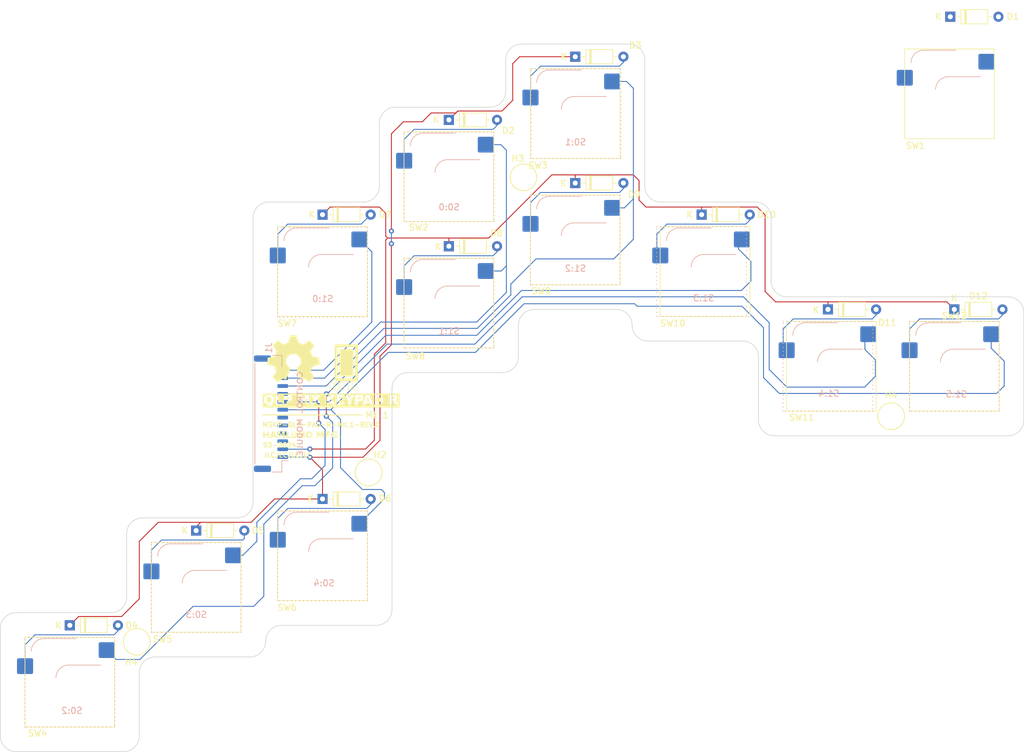
<source format=kicad_pcb>
(kicad_pcb (version 20240108) (generator "pcbnew") (generator_version "8.0")
  (layers (0 "F.Cu" signal) (31 "B.Cu" signal) (34 "B.Paste" user) (35 "F.Paste" user) (36 "B.SilkS" user "B.Silkscreen") (37 "F.SilkS" user "F.Silkscreen") (38 "B.Mask" user) (39 "F.Mask" user) (44 "Edge.Cuts" user))
  (net 0 "")
  (net 1 "Net-(D1-K)")
  (net 2 "Net-(D1-A)")
  (net 3 "Net-(D2-A)")
  (net 4 "Net-(D3-A)")
  (net 5 "Net-(D4-A)")
  (net 6 "Net-(D5-A)")
  (net 7 "Net-(D10-K)")
  (net 8 "Net-(D6-A)")
  (net 9 "Net-(D7-A)")
  (net 10 "Net-(D8-A)")
  (net 11 "Net-(D9-A)")
  (net 12 "Net-(D10-A)")
  (net 13 "Net-(D11-A)")
  (net 14 "Net-(J1-Pin_7)")
  (net 15 "Net-(J1-Pin_8)")
  (net 16 "Net-(J1-Pin_9)")
  (net 17 "Net-(J1-Pin_10)")
  (net 18 "Net-(J1-Pin_11)")
  (net 19 "Net-(J1-Pin_12)")
  (net 24 "Net-(D12-A)")
  (footprint "Diode_THT:D_DO-35_SOD27_P7.62mm_Horizontal" (layer "F.Cu") (at 227.1 42)
    (property "Reference" "D1")
    (property "Value" "1N4148")
  )
  (footprint "MountingHole:MountingHole_2.2mm_M2_ISO14580" (layer "F.Cu") (at 217.73901 105.226914)
    (property "Reference" "H4")
    (property "Value" "MountingHole_2.2mm_M2_ISO14580")
  )
  (footprint "Diode_THT:D_DO-35_SOD27_P7.62mm_Horizontal" (layer "F.Cu") (at 87.739009 138.326913)
    (property "Reference" "D4")
    (property "Value" "1N4148")
  )
  (footprint "Diode_THT:D_DO-35_SOD27_P7.62mm_Horizontal" (layer "F.Cu") (at 147.73901 58.326914)
    (property "Reference" "D2")
    (property "Value" "1N4148")
  )
  (footprint "Diode_THT:D_DO-35_SOD27_P7.62mm_Horizontal" (layer "F.Cu") (at 147.739009 78.326914)
    (property "Reference" "D8")
    (property "Value" "1N4148")
  )
  (footprint "ScottoKeebs_Hotswap:Hotswap_MX_1.00u" (layer "F.Cu") (at 107.73901 132.326913)
    (property "Reference" "SW5")
    (property "Value" "Switch")
  )
  (footprint "ScottoKeebs_Hotswap:Hotswap_MX_1.00u" (layer "F.Cu") (at 226.98 54.2)
    (property "Reference" "SW1")
    (property "Value" "Switch")
  )
  (footprint "Diode_THT:D_DO-35_SOD27_P7.62mm_Horizontal" (layer "F.Cu") (at 127.73901 73.326913)
    (property "Reference" "D7")
    (property "Value" "1N4148")
  )
  (footprint "ScottoKeebs_Hotswap:Hotswap_MX_1.00u" (layer "F.Cu") (at 227.739009 97.326913)
    (property "Reference" "SW12")
    (property "Value" "Switch")
  )
  (footprint "ScottoKeebs_Hotswap:Hotswap_MX_1.00u" (layer "F.Cu") (at 167.73901 57.326914)
    (property "Reference" "SW3")
    (property "Value" "Switch")
  )
  (footprint "MountingHole:MountingHole_2.2mm_M2_ISO14580" (layer "F.Cu") (at 159.539011 67.426913)
    (property "Reference" "H3")
    (property "Value" "MountingHole_2.2mm_M2_ISO14580")
  )
  (footprint "Diode_THT:D_DO-35_SOD27_P7.62mm_Horizontal" (layer "F.Cu") (at 207.73901 88.326914)
    (property "Reference" "D11")
    (property "Value" "1N4148")
  )
  (footprint "ScottoKeebs_Hotswap:Hotswap_MX_1.00u" (layer "F.Cu") (at 87.73901 147.326913)
    (property "Reference" "SW4")
    (property "Value" "Switch")
  )
  (footprint "ScottoKeebs_Hotswap:Hotswap_MX_1.00u" (layer "F.Cu") (at 147.73901 87.326914)
    (property "Reference" "SW8")
    (property "Value" "Switch")
  )
  (footprint "Diode_THT:D_DO-35_SOD27_P7.62mm_Horizontal" (layer "F.Cu") (at 227.739011 88.326913)
    (property "Reference" "D12")
    (property "Value" "1N4148")
  )
  (footprint "ScottoKeebs_Hotswap:Hotswap_MX_1.00u" (layer "F.Cu") (at 127.73901 82.326913)
    (property "Reference" "SW7")
    (property "Value" "Switch")
  )
  (footprint "ScottoKeebs_Hotswap:Hotswap_MX_1.00u" (layer "F.Cu") (at 147.73901 67.326914)
    (property "Reference" "SW2")
    (property "Value" "Switch")
  )
  (footprint "Diode_THT:D_DO-35_SOD27_P7.62mm_Horizontal" (layer "F.Cu") (at 167.73901 68.326914)
    (property "Reference" "D9")
    (property "Value" "1N4148")
  )
  (footprint "Desktop:OSH_test" (layer "F.Cu") (at 123.139008 96.126912)
    (property "Reference" "G***" (hide yes))
    (property "Value" "LOGO" (hide yes))
  )
  (footprint "Diode_THT:D_DO-35_SOD27_P7.62mm_Horizontal" (layer "F.Cu") (at 167.739009 48.326914)
    (property "Reference" "D3")
    (property "Value" "1N4148")
  )
  (footprint "Diode_THT:D_DO-35_SOD27_P7.62mm_Horizontal" (layer "F.Cu") (at 127.73901 118.326913)
    (property "Reference" "D6")
    (property "Value" "1N4148")
  )
  (footprint "ScottoKeebs_Hotswap:Hotswap_MX_1.00u" (layer "F.Cu") (at 188.28151 82.326913)
    (property "Reference" "SW10")
    (property "Value" "Switch")
  )
  (footprint "ScottoKeebs_Hotswap:Hotswap_MX_1.00u" (layer "F.Cu") (at 167.73901 77.326914)
    (property "Reference" "SW9")
    (property "Value" "Switch")
  )
  (footprint "Diode_THT:D_DO-35_SOD27_P7.62mm_Horizontal" (layer "F.Cu") (at 107.739011 123.326914)
    (property "Reference" "D5")
    (property "Value" "1N4148")
  )
  (footprint "Diode_THT:D_DO-35_SOD27_P7.62mm_Horizontal" (layer "F.Cu") (at 187.739009 73.326913)
    (property "Reference" "D10")
    (property "Value" "1N4148")
  )
  (footprint "MountingHole:MountingHole_2.2mm_M2_ISO14580" (layer "F.Cu") (at 135.03901 114.126913)
    (property "Reference" "H2")
    (property "Value" "MountingHole_2.2mm_M2_ISO14580")
  )
  (footprint "ScottoKeebs_Hotswap:Hotswap_MX_1.00u" (layer "F.Cu") (at 208.281511 97.326913)
    (property "Reference" "SW11")
    (property "Value" "Switch")
  )
  (footprint "MountingHole:MountingHole_2.2mm_M2_ISO14580" (layer "F.Cu") (at 98.33901 140.876914)
    (property "Reference" "H4")
    (property "Value" "MountingHole_2.2mm_M2_ISO14580")
  )
  (footprint "ScottoKeebs_Hotswap:Hotswap_MX_1.00u" (layer "F.Cu") (at 127.73901 127.326912)
    (property "Reference" "SW6")
    (property "Value" "Switch")
  )
  (footprint "Connector_JST:JST_GH_SM12B-GHS-TB_1x12-1MP_P1.25mm_Horizontal" (layer "B.Cu") (at 119.589009 104.826913 90)
    (property "Reference" "J1")
    (property "Value" "Conn_01x12_Socket")
  )
  (gr_poly (pts (xy 80.639011 140.226913) (xy 94.83901 140.226913) (xy 94.83901 154.426913) (xy 80.63901 154.426913)) (stroke (width 0.15) (type dot)) (fill none) (layer "B.SilkS"))
  (gr_poly (pts (xy 160.73901 50.226913) (xy 174.939011 50.226913) (xy 174.939011 64.426913) (xy 160.739011 64.426913)) (stroke (width 0.15) (type dot)) (fill none) (layer "B.SilkS"))
  (gr_poly (pts (xy 140.639009 60.226913) (xy 154.839009 60.226914) (xy 154.83901 74.426914) (xy 140.63901 74.426914)) (stroke (width 0.15) (type dot)) (fill none) (layer "B.SilkS"))
  (gr_poly (pts (xy 160.63901 70.226913) (xy 174.839011 70.226914) (xy 174.83901 84.426914) (xy 160.63901 84.426914)) (stroke (width 0.15) (type dot)) (fill none) (layer "B.SilkS"))
  (gr_poly (pts (xy 200.63901 90.226914) (xy 214.83901 90.226914) (xy 214.839009 104.426914) (xy 200.63901 104.426914)) (stroke (width 0.15) (type dot)) (fill none) (layer "B.SilkS"))
  (gr_poly (pts (xy 100.63901 125.226913) (xy 114.839011 125.226913) (xy 114.839011 139.426913) (xy 100.639011 139.426913)) (stroke (width 0.15) (type dot)) (fill none) (layer "B.SilkS"))
  (gr_poly (pts (xy 180.639009 75.226914) (xy 194.839009 75.226914) (xy 194.83901 89.426914) (xy 180.63901 89.426913)) (stroke (width 0.15) (type dot)) (fill none) (layer "B.SilkS"))
  (gr_poly (pts (xy 120.639011 120.226912) (xy 134.83901 120.226912) (xy 134.83901 134.426912) (xy 120.639008 134.426914)) (stroke (width 0.15) (type dot)) (fill none) (layer "B.SilkS"))
  (gr_poly (pts (xy 120.63901 75.326912) (xy 134.83901 75.326912) (xy 134.83901 89.526912) (xy 120.63901 89.526912)) (stroke (width 0.15) (type dot)) (fill none) (layer "B.SilkS"))
  (gr_poly (pts (xy 140.639011 80.226913) (xy 154.839011 80.226914) (xy 154.839009 94.426914) (xy 140.639011 94.426914)) (stroke (width 0.15) (type dot)) (fill none) (layer "B.SilkS"))
  (gr_poly (pts (xy 220.63901 90.226913) (xy 234.83901 90.226913) (xy 234.839009 104.426913) (xy 220.63901 104.426912)) (stroke (width 0.15) (type dot)) (fill none) (layer "B.SilkS"))
  (gr_circle (center 98.339011 140.926912) (end 99.83901 142.426913) (stroke (width 0.15)) (fill none) (layer "F.SilkS"))
  (gr_circle (center 159.539011 67.426913) (end 161.63901 67.426913) (stroke (width 0.15)) (fill none) (layer "F.SilkS"))
  (gr_line (start 118.239009 105.026913) (end 134.039011 105.026913) (stroke (width 0.15)) (layer "F.SilkS"))
  (gr_circle (center 217.73901 105.226914) (end 219.239009 106.726914) (stroke (width 0.15)) (fill none) (layer "F.SilkS"))
  (gr_circle (center 135.03901 114.126913) (end 133.53901 112.626914) (stroke (width 0.15)) (fill none) (layer "F.SilkS"))
  (gr_line (start 196.239009 71.326913) (end 181.239009 71.326913) (stroke (width 0.1)) (layer "Edge.Cuts"))
  (gr_line (start 96.73901 133.826912) (end 96.739009 123.826913) (stroke (width 0.1)) (layer "Edge.Cuts"))
  (gr_line (start 176.23901 46.326914) (end 159.239011 46.326914) (stroke (width 0.1)) (layer "Edge.Cuts"))
  (gr_line (start 138.73901 135.826912) (end 138.73901 100.826914) (stroke (width 0.1)) (layer "Edge.Cuts"))
  (gr_arc (start 138.73901 135.826912) (mid 138.006794 137.594713) (end 136.23901 138.326912) (stroke (width 0.1)) (layer "Edge.Cuts"))
  (gr_arc (start 136.739011 58.826913) (mid 137.471239 57.059127) (end 139.23901 56.326914) (stroke (width 0.1)) (layer "Edge.Cuts"))
  (gr_arc (start 174.23901 88.326913) (mid 176.006821 89.059125) (end 176.73901 90.826914) (stroke (width 0.1)) (layer "Edge.Cuts"))
  (gr_arc (start 118.739009 140.826913) (mid 118.006765 142.594655) (end 116.23901 143.326913) (stroke (width 0.1)) (layer "Edge.Cuts"))
  (gr_line (start 238.73901 105.826913) (end 238.73901 88.826912) (stroke (width 0.1)) (layer "Edge.Cuts"))
  (gr_arc (start 98.73901 155.826913) (mid 98.006778 157.594687) (end 96.23901 158.326913) (stroke (width 0.1)) (layer "Edge.Cuts"))
  (gr_line (start 121.239009 138.326913) (end 136.23901 138.326912) (stroke (width 0.1)) (layer "Edge.Cuts"))
  (gr_line (start 98.73901 155.826913) (end 98.739009 145.826913) (stroke (width 0.1)) (layer "Edge.Cuts"))
  (gr_arc (start 179.239011 93.326914) (mid 177.471255 92.59468) (end 176.73901 90.826914) (stroke (width 0.1)) (layer "Edge.Cuts"))
  (gr_arc (start 158.739009 95.826913) (mid 158.006786 97.59469) (end 156.23901 98.326913) (stroke (width 0.1)) (layer "Edge.Cuts"))
  (gr_arc (start 176.23901 46.326914) (mid 178.006777 47.059145) (end 178.73901 48.826914) (stroke (width 0.1)) (layer "Edge.Cuts"))
  (gr_line (start 79.23901 158.326913) (end 96.23901 158.326913) (stroke (width 0.1)) (layer "Edge.Cuts"))
  (gr_line (start 118.739009 140.826913) (end 118.739009 140.826913) (stroke (width 0.1)) (layer "Edge.Cuts"))
  (gr_line (start 196.73901 95.826913) (end 196.739008 105.826914) (stroke (width 0.1)) (layer "Edge.Cuts"))
  (gr_line (start 161.23901 88.326914) (end 174.23901 88.326913) (stroke (width 0.1)) (layer "Edge.Cuts"))
  (gr_arc (start 118.739009 140.826913) (mid 119.471241 139.059155) (end 121.239009 138.326913) (stroke (width 0.1)) (layer "Edge.Cuts"))
  (gr_line (start 101.239009 143.326913) (end 116.23901 143.326913) (stroke (width 0.1)) (layer "Edge.Cuts"))
  (gr_arc (start 199.23901 108.326913) (mid 197.471284 107.594662) (end 196.739008 105.826914) (stroke (width 0.1)) (layer "Edge.Cuts"))
  (gr_line (start 116.73901 73.826913) (end 116.73901 118.826913) (stroke (width 0.1)) (layer "Edge.Cuts"))
  (gr_line (start 156.23901 98.326913) (end 141.239009 98.326914) (stroke (width 0.1)) (layer "Edge.Cuts"))
  (gr_arc (start 196.239009 71.326913) (mid 198.006743 72.059162) (end 198.73901 73.826913) (stroke (width 0.1)) (layer "Edge.Cuts"))
  (gr_arc (start 116.73901 73.826913) (mid 117.47125 72.059159) (end 119.239009 71.326913) (stroke (width 0.1)) (layer "Edge.Cuts"))
  (gr_line (start 178.739009 68.826914) (end 178.73901 48.826914) (stroke (width 0.1)) (layer "Edge.Cuts"))
  (gr_line (start 199.23901 108.326913) (end 236.239011 108.326913) (stroke (width 0.1)) (layer "Edge.Cuts"))
  (gr_line (start 156.73901 48.826914) (end 156.73901 53.826912) (stroke (width 0.1)) (layer "Edge.Cuts"))
  (gr_line (start 94.23901 136.326912) (end 79.23901 136.326914) (stroke (width 0.1)) (layer "Edge.Cuts"))
  (gr_line (start 236.23901 86.326913) (end 201.239011 86.326913) (stroke (width 0.1)) (layer "Edge.Cuts"))
  (gr_arc (start 136.73901 68.826912) (mid 136.006771 70.594667) (end 134.23901 71.326913) (stroke (width 0.1)) (layer "Edge.Cuts"))
  (gr_line (start 114.23901 121.326912) (end 99.23901 121.326914) (stroke (width 0.1)) (layer "Edge.Cuts"))
  (gr_arc (start 156.73901 53.826912) (mid 156.006776 55.594691) (end 154.23901 56.326912) (stroke (width 0.1)) (layer "Edge.Cuts"))
  (gr_arc (start 194.23901 93.326913) (mid 196.006759 94.059153) (end 196.73901 95.826913) (stroke (width 0.1)) (layer "Edge.Cuts"))
  (gr_line (start 179.239011 93.326914) (end 194.23901 93.326913) (stroke (width 0.1)) (layer "Edge.Cuts"))
  (gr_line (start 136.739011 58.826913) (end 136.73901 68.826912) (stroke (width 0.1)) (layer "Edge.Cuts"))
  (gr_arc (start 181.239009 71.326913) (mid 179.47124 70.594688) (end 178.739009 68.826914) (stroke (width 0.1)) (layer "Edge.Cuts"))
  (gr_line (start 76.73901 138.826913) (end 76.73901 155.826913) (stroke (width 0.1)) (layer "Edge.Cuts"))
  (gr_arc (start 98.739009 145.826913) (mid 99.471244 144.059145) (end 101.239009 143.326913) (stroke (width 0.1)) (layer "Edge.Cuts"))
  (gr_arc (start 201.239011 86.326913) (mid 199.47127 85.594672) (end 198.73901 83.826914) (stroke (width 0.1)) (layer "Edge.Cuts"))
  (gr_arc (start 156.73901 48.826914) (mid 157.471255 47.059168) (end 159.239011 46.326914) (stroke (width 0.1)) (layer "Edge.Cuts"))
  (gr_arc (start 116.73901 118.826913) (mid 116.006768 120.594676) (end 114.23901 121.326912) (stroke (width 0.1)) (layer "Edge.Cuts"))
  (gr_line (start 134.23901 71.326913) (end 119.239009 71.326913) (stroke (width 0.1)) (layer "Edge.Cuts"))
  (gr_line (start 198.73901 83.826914) (end 198.73901 73.826913) (stroke (width 0.1)) (layer "Edge.Cuts"))
  (gr_line (start 154.23901 56.326912) (end 139.23901 56.326914) (stroke (width 0.1)) (layer "Edge.Cuts"))
  (gr_arc (start 236.23901 86.326913) (mid 238.006745 87.059162) (end 238.73901 88.826912) (stroke (width 0.1)) (layer "Edge.Cuts"))
  (gr_line (start 158.739009 95.826913) (end 158.739009 90.826914) (stroke (width 0.1)) (layer "Edge.Cuts"))
  (gr_arc (start 158.739009 90.826914) (mid 159.471252 89.059175) (end 161.23901 88.326914) (stroke (width 0.1)) (layer "Edge.Cuts"))
  (gr_arc (start 79.23901 158.326913) (mid 77.471238 157.594689) (end 76.73901 155.826913) (stroke (width 0.1)) (layer "Edge.Cuts"))
  (gr_arc (start 96.73901 133.826912) (mid 96.006764 135.594652) (end 94.23901 136.326912) (stroke (width 0.1)) (layer "Edge.Cuts"))
  (gr_arc (start 96.739009 123.826913) (mid 97.471248 122.059167) (end 99.23901 121.326914) (stroke (width 0.1)) (layer "Edge.Cuts"))
  (gr_line (start 176.73901 90.826914) (end 176.73901 90.826914) (stroke (width 0.1)) (layer "Edge.Cuts"))
  (gr_arc (start 138.73901 100.826914) (mid 139.471235 99.059134) (end 141.239009 98.326914) (stroke (width 0.1)) (layer "Edge.Cuts"))
  (gr_arc (start 238.73901 105.826913) (mid 238.006777 107.594677) (end 236.239011 108.326913) (stroke (width 0.1)) (layer "Edge.Cuts"))
  (gr_arc (start 76.73901 138.826913) (mid 77.471243 137.059143) (end 79.23901 136.326914) (stroke (width 0.1)) (layer "Edge.Cuts"))
  (gr_text "S1:0" (at 129.539008 87.226914 0) (layer "B.SilkS") (effects (font (size 1 1)) (justify left bottom mirror)))
  (gr_text "CONTROL MODULE" (at 124.639011 98.026914 90) (layer "B.SilkS") (effects (font (size 0.8 1)) (justify left bottom mirror)))
  (gr_text "S1:2" (at 169.53901 82.426914 0) (layer "B.SilkS") (effects (font (size 1 1)) (justify left bottom mirror)))
  (gr_text "S1:5" (at 229.839009 102.326913 0) (layer "B.SilkS") (effects (font (size 1 1)) (justify left bottom mirror)))
  (gr_text "S0:2" (at 89.839009 152.426914 0) (layer "B.SilkS") (effects (font (size 1 1)) (justify left bottom mirror)))
  (gr_text "S0:0" (at 149.539011 72.726913 0) (layer "B.SilkS") (effects (font (size 1 1)) (justify left bottom mirror)))
  (gr_text "S1:1" (at 149.53901 92.326913 0) (layer "B.SilkS") (effects (font (size 1 1)) (justify left bottom mirror)))
  (gr_text "S0:1" (at 169.53901 62.426913 0) (layer "B.SilkS") (effects (font (size 1 1)) (justify left bottom mirror)))
  (gr_text "S1:4" (at 209.63901 102.226913 0) (layer "B.SilkS") (effects (font (size 1 1)) (justify left bottom mirror)))
  (gr_text "S0:3" (at 109.539009 137.226913 0) (layer "B.SilkS") (effects (font (size 1 1)) (justify left bottom mirror)))
  (gr_text "S0:4" (at 129.73901 132.226913 0) (layer "B.SilkS") (effects (font (size 1 1)) (justify left bottom mirror)))
  (gr_text "S1:3" (at 189.839011 87.126913 0) (layer "B.SilkS") (effects (font (size 1 1)) (justify left bottom mirror)))
  (gr_text "JLCJLCJLCJLC" (at 118.23901 111.826913 0) (layer "F.SilkS") (effects (font (size 0.75 0.75)) (justify left bottom)))
  (gr_text "QLP MX KEYPAD R" (at 118.339009 103.626914 0) (layer "F.SilkS" knockout) (effects (font (size 1.5 1.5) (thickness 0.2) (bold yes)) (justify left bottom)))
  (gr_text "03-2024" (at 118.239011 110.226913 0) (layer "F.SilkS") (effects (font (size 0.75 0.75)) (justify left bottom)))
  (gr_text "햄" (at 129.83901 98.926913 0) (layer "F.SilkS" knockout) (effects (font (size 4 4) (thickness 0.8) (bold yes)) (justify left bottom)))
  (gr_text "Mk 1" (at 134.439011 105.626913 0) (layer "F.SilkS") (effects (font (size 1 1)) (justify left bottom)))
  (gr_text "HAMLUND MFG." (at 118.239009 108.826914 0) (layer "F.SilkS") (effects (font (size 1 1) (thickness 0.2) (bold yes)) (justify left bottom)))
  (gr_text "MSKP-QLP-PAD-R-MK.1-REV.0" (at 118.13901 107.026913 0) (layer "F.SilkS") (effects (font (size 0.75 0.75)) (justify left bottom)))
  (gr_text "햄룬드 제조" (at 128.73901 101.026912 0) (layer "F.SilkS") (effects (font (size 1 1)) (justify left bottom)))
  (segment (start 158.939009 48.326914) (end 157.83901 49.426912) (width 0.15) (layer "F.Cu") (net 1))
  (segment (start 136.83901 109.026914) (end 134.13901 111.726913) (width 0.15) (layer "F.Cu") (net 1))
  (segment (start 87.739009 138.326913) (end 89.13901 136.926913) (width 0.15) (layer "F.Cu") (net 1))
  (segment (start 98.73901 134.126913) (end 98.739011 125.026913) (width 0.15) (layer "F.Cu") (net 1))
  (segment (start 108.439009 122.026912) (end 116.439008 122.026913) (width 0.15) (layer "F.Cu") (net 1))
  (segment (start 140.539011 58.626913) (end 138.63901 60.526912) (width 0.15) (layer "F.Cu") (net 1))
  (segment (start 138.63901 77.926912) (end 138.639009 93.926912) (width 0.15) (layer "F.Cu") (net 1))
  (segment (start 138.63901 60.526912) (end 138.639008 75.926914) (width 0.15) (layer "F.Cu") (net 1))
  (segment (start 134.13901 111.726913) (end 125.73901 111.726914) (width 0.15) (layer "F.Cu") (net 1))
  (segment (start 120.139009 118.326913) (end 127.73901 118.326913) (width 0.15) (layer "F.Cu") (net 1))
  (segment (start 136.839009 95.726913) (end 136.83901 109.026914) (width 0.15) (layer "F.Cu") (net 1))
  (segment (start 167.739009 48.326914) (end 158.939009 48.326914) (width 0.15) (layer "F.Cu") (net 1))
  (segment (start 149.13901 56.926913) (end 148.83901 57.226912) (width 0.15) (layer "F.Cu") (net 1))
  (segment (start 89.13901 136.926913) (end 95.93901 136.926914) (width 0.15) (layer "F.Cu") (net 1))
  (segment (start 98.739011 125.026913) (end 101.739008 122.026913) (width 0.15) (layer "F.Cu") (net 1))
  (segment (start 149.13901 56.926913) (end 147.73901 58.326914) (width 0.15) (layer "F.Cu") (net 1))
  (segment (start 156.13901 56.926913) (end 149.13901 56.926913) (width 0.15) (layer "F.Cu") (net 1))
  (segment (start 127.73901 113.726914) (end 125.73901 111.726914) (width 0.15) (layer "F.Cu") (net 1))
  (segment (start 143.53901 58.626914) (end 140.539011 58.626913) (width 0.15) (layer "F.Cu") (net 1))
  (segment (start 101.739008 122.026913) (end 108.439009 122.026912) (width 0.15) (layer "F.Cu") (net 1))
  (segment (start 144.939009 57.226912) (end 143.53901 58.626914) (width 0.15) (layer "F.Cu") (net 1))
  (segment (start 107.739009 122.726913) (end 108.439009 122.026912) (width 0.15) (layer "F.Cu") (net 1))
  (segment (start 138.639009 93.926912) (end 136.839009 95.726913) (width 0.15) (layer "F.Cu") (net 1))
  (segment (start 157.83901 55.226912) (end 156.13901 56.926913) (width 0.15) (layer "F.Cu") (net 1))
  (segment (start 157.83901 49.426912) (end 157.83901 55.226912) (width 0.15) (layer "F.Cu") (net 1))
  (segment (start 95.93901 136.926914) (end 98.73901 134.126913) (width 0.15) (layer "F.Cu") (net 1))
  (segment (start 127.73901 118.326913) (end 127.73901 113.726914) (width 0.15) (layer "F.Cu") (net 1))
  (segment (start 148.83901 57.226912) (end 144.939009 57.226912) (width 0.15) (layer "F.Cu") (net 1))
  (segment (start 107.739011 123.326914) (end 107.739009 122.726913) (width 0.15) (layer "F.Cu") (net 1))
  (segment (start 116.439008 122.026913) (end 120.139009 118.326913) (width 0.15) (layer "F.Cu") (net 1))
  (via (at 125.73901 111.726914) (size 0.8) (drill 0.4) (layers "F.Cu" "B.Cu") (net 1))
  (via (at 138.63901 77.926912) (size 0.8) (drill 0.4) (layers "F.Cu" "B.Cu") (net 1))
  (via (at 138.639008 75.926914) (size 0.8) (drill 0.4) (layers "F.Cu" "B.Cu") (net 1))
  (segment (start 138.639008 75.926914) (end 138.63901 77.926912) (width 0.15) (layer "B.Cu") (net 1))
  (segment (start 125.71401 111.701913) (end 121.43901 111.701913) (width 0.15) (layer "B.Cu") (net 1))
  (segment (start 125.73901 111.726914) (end 125.71401 111.701913) (width 0.15) (layer "B.Cu") (net 1))
  (segment (start 140.65401 64.786913) (end 140.654009 61.411913) (width 0.15) (layer "B.Cu") (net 3))
  (segment (start 142.239011 59.826913) (end 154.73901 59.826913) (width 0.15) (layer "B.Cu") (net 3))
  (segment (start 140.654009 61.411913) (end 142.239011 59.826913) (width 0.15) (layer "B.Cu") (net 3))
  (segment (start 155.35901 59.206914) (end 155.35901 58.326914) (width 0.15) (layer "B.Cu") (net 3))
  (segment (start 154.73901 59.826913) (end 155.35901 59.206914) (width 0.15) (layer "B.Cu") (net 3))
  (segment (start 160.65401 54.786913) (end 160.65401 51.411914) (width 0.15) (layer "B.Cu") (net 4))
  (segment (start 162.239011 49.826912) (end 174.73901 49.826913) (width 0.15) (layer "B.Cu") (net 4))
  (segment (start 160.65401 51.411914) (end 162.239011 49.826912) (width 0.15) (layer "B.Cu") (net 4))
  (segment (start 174.73901 49.826913) (end 175.35901 49.206914) (width 0.15) (layer "B.Cu") (net 4))
  (segment (start 175.35901 49.206914) (end 175.359009 48.326914) (width 0.15) (layer "B.Cu") (net 4))
  (segment (start 95.35901 139.206913) (end 95.359011 138.326912) (width 0.15) (layer "B.Cu") (net 5))
  (segment (start 80.654009 144.786912) (end 80.65401 141.411914) (width 0.15) (layer "B.Cu") (net 5))
  (segment (start 82.23901 139.826912) (end 94.739009 139.826913) (width 0.15) (layer "B.Cu") (net 5))
  (segment (start 80.65401 141.411914) (end 82.23901 139.826912) (width 0.15) (layer "B.Cu") (net 5))
  (segment (start 94.739009 139.826913) (end 95.35901 139.206913) (width 0.15) (layer "B.Cu") (net 5))
  (segment (start 100.65401 126.411912) (end 102.239009 124.826913) (width 0.15) (layer "B.Cu") (net 6))
  (segment (start 115.359009 124.586913) (end 115.35901 123.326914) (width 0.15) (layer "B.Cu") (net 6))
  (segment (start 115.11901 124.826914) (end 115.359009 124.586913) (width 0.15) (layer "B.Cu") (net 6))
  (segment (start 100.654009 129.786912) (end 100.65401 126.411912) (width 0.15) (layer "B.Cu") (net 6))
  (segment (start 102.239009 124.826913) (end 115.11901 124.826914) (width 0.15) (layer "B.Cu") (net 6))
  (segment (start 128.93901 72.126913) (end 127.73901 73.326913) (width 0.15) (layer "F.Cu") (net 7))
  (segment (start 226.23901 87.126912) (end 207.739011 87.126913) (width 0.15) (layer "F.Cu") (net 7))
  (segment (start 167.73901 67.026914) (end 164.039011 67.026913) (width 0.15) (layer "F.Cu") (net 7))
  (segment (start 226.539009 87.126913) (end 226.23901 87.126912) (width 0.15) (layer "F.Cu") (net 7))
  (segment (start 138.03901 77.026913) (end 137.73901 76.726913) (width 0.15) (layer "F.Cu") (net 7))
  (segment (start 136.73901 72.126914) (end 128.93901 72.126913) (width 0.15) (layer "F.Cu") (net 7))
  (segment (start 164.039011 67.026913) (end 154.03901 77.026912) (width 0.15) (layer "F.Cu") (net 7))
  (segment (start 135.93901 95.426914) (end 135.93901 109.026913) (width 0.15) (layer "F.Cu") (net 7))
  (segment (start 147.73901 77.026915) (end 138.03901 77.026913) (width 0.15) (layer "F.Cu") (net 7))
  (segment (start 138.03901 77.026913) (end 137.73901 77.326913) (width 0.15) (layer "F.Cu") (net 7))
  (segment (start 199.439008 87.126913) (end 197.78901 85.476914) (width 0.15) (layer "F.Cu") (net 7))
  (segment (start 177.83901 71.026912) (end 177.83901 67.926912) (width 0.15) (layer "F.Cu") (net 7))
  (segment (start 137.73901 73.126913) (end 136.73901 72.126914) (width 0.15) (layer "F.Cu") (net 7))
  (segment (start 177.83901 67.926912) (end 176.93901 67.026913) (width 0.15) (layer "F.Cu") (net 7))
  (segment (start 197.78901 73.376913) (end 196.53901 72.126914) (width 0.15) (layer "F.Cu") (net 7))
  (segment (start 187.73901 72.126914) (end 178.93901 72.126914) (width 0.15) (layer "F.Cu") (net 7))
  (segment (start 137.73901 76.726913) (end 137.73901 73.126913) (width 0.15) (layer "F.Cu") (net 7))
  (segment (start 197.78901 85.476914) (end 197.78901 73.376913) (width 0.15) (layer "F.Cu") (net 7))
  (segment (start 154.03901 77.026912) (end 147.73901 77.026915) (width 0.15) (layer "F.Cu") (net 7))
  (segment (start 176.93901 67.026913) (end 167.73901 67.026914) (width 0.15) (layer "F.Cu") (net 7))
  (segment (start 178.93901 72.126914) (end 177.83901 71.026912) (width 0.15) (layer "F.Cu") (net 7))
  (segment (start 137.73901 77.326913) (end 137.73901 93.626913) (width 0.15) (layer "F.Cu") (net 7))
  (segment (start 207.739011 87.126913) (end 207.73901 88.326914) (width 0.15) (layer "F.Cu") (net 7))
  (segment (start 167.73901 68.326914) (end 167.73901 67.026914) (width 0.15) (layer "F.Cu") (net 7))
  (segment (start 134.539009 110.426914) (end 125.739011 110.426914) (width 0.15) (layer "F.Cu") (net 7))
  (segment (start 187.739009 73.326913) (end 187.73901 72.126914) (width 0.15) (layer "F.Cu") (net 7))
  (segment (start 135.93901 109.026913) (end 134.539009 110.426914) (width 0.15) (layer "F.Cu") (net 7))
  (segment (start 196.53901 72.126914) (end 187.73901 72.126914) (width 0.15) (layer "F.Cu") (net 7))
  (segment (start 207.739011 87.126913) (end 199.439008 87.126913) (width 0.15) (layer "F.Cu") (net 7))
  (segment (start 137.73901 93.626913) (end 135.93901 95.426914) (width 0.15) (layer "F.Cu") (net 7))
  (segment (start 147.739009 78.326914) (end 147.73901 77.026915) (width 0.15) (layer "F.Cu") (net 7))
  (segment (start 227.739011 88.326913) (end 226.539009 87.126913) (width 0.15) (layer "F.Cu") (net 7))
  (via (at 125.739011 110.426914) (size 0.8) (drill 0.4) (layers "F.Cu" "B.Cu") (net 7))
  (segment (start 125.739011 110.426914) (end 125.71401 110.451914) (width 0.15) (layer "B.Cu") (net 7))
  (segment (start 125.71401 110.451914) (end 121.43901 110.451913) (width 0.15) (layer "B.Cu") (net 7))
  (segment (start 120.65401 124.786913) (end 120.654009 121.411914) (width 0.15) (layer "B.Cu") (net 8))
  (segment (start 134.73901 119.826913) (end 135.35901 119.206912) (width 0.15) (layer "B.Cu") (net 8))
  (segment (start 122.239009 119.826912) (end 134.73901 119.826913) (width 0.15) (layer "B.Cu") (net 8))
  (segment (start 120.654009 121.411914) (end 122.239009 119.826912) (width 0.15) (layer "B.Cu") (net 8))
  (segment (start 135.35901 119.206912) (end 135.35901 118.326913) (width 0.15) (layer "B.Cu") (net 8))
  (segment (start 122.239009 74.826912) (end 133.859008 74.826914) (width 0.15) (layer "B.Cu") (net 9))
  (segment (start 120.65401 79.786912) (end 120.65401 76.411913) (width 0.15) (layer "B.Cu") (net 9))
  (segment (start 133.859008 74.826914) (end 135.35901 73.326914) (width 0.15) (layer "B.Cu") (net 9))
  (segment (start 120.65401 76.411913) (end 122.239009 74.826912) (width 0.15) (layer "B.Cu") (net 9))
  (segment (start 154.73901 79.826913) (end 155.35901 79.206914) (width 0.15) (layer "B.Cu") (net 10))
  (segment (start 155.35901 79.206914) (end 155.35901 78.326913) (width 0.15) (layer "B.Cu") (net 10))
  (segment (start 140.654009 84.786913) (end 140.65401 81.411912) (width 0.15) (layer "B.Cu") (net 10))
  (segment (start 142.239008 79.826913) (end 154.73901 79.826913) (width 0.15) (layer "B.Cu") (net 10))
  (segment (start 140.65401 81.411912) (end 142.239008 79.826913) (width 0.15) (layer "B.Cu") (net 10))
  (segment (start 160.65401 74.786913) (end 160.65401 71.411913) (width 0.15) (layer "B.Cu") (net 11))
  (segment (start 162.239009 69.826913) (end 174.739008 69.826913) (width 0.15) (layer "B.Cu") (net 11))
  (segment (start 175.359009 69.206914) (end 175.359011 68.326913) (width 0.15) (layer "B.Cu") (net 11))
  (segment (start 174.739008 69.826913) (end 175.359009 69.206914) (width 0.15) (layer "B.Cu") (net 11))
  (segment (start 160.65401 71.411913) (end 162.239009 69.826913) (width 0.15) (layer "B.Cu") (net 11))
  (segment (start 180.65401 79.786914) (end 180.654011 76.411912) (width 0.15) (layer "B.Cu") (net 12))
  (segment (start 182.23901 74.826914) (end 194.739009 74.826913) (width 0.15) (layer "B.Cu") (net 12))
  (segment (start 180.654011 76.411912) (end 182.23901 74.826914) (width 0.15) (layer "B.Cu") (net 12))
  (segment (start 194.739009 74.826913) (end 195.359009 74.206914) (width 0.15) (layer "B.Cu") (net 12))
  (segment (start 195.359009 74.206914) (end 195.359009 73.326913) (width 0.15) (layer "B.Cu") (net 12))
  (segment (start 215.359009 89.206913) (end 215.35901 88.326913) (width 0.15) (layer "B.Cu") (net 13))
  (segment (start 200.65401 91.411914) (end 202.239011 89.826914) (width 0.15) (layer "B.Cu") (net 13))
  (segment (start 200.65401 94.786913) (end 200.65401 91.411914) (width 0.15) (layer "B.Cu") (net 13))
  (segment (start 214.739011 89.826912) (end 215.359009 89.206913) (width 0.15) (layer "B.Cu") (net 13))
  (segment (start 202.239011 89.826914) (end 214.739011 89.826912) (width 0.15) (layer "B.Cu") (net 13))
  (segment (start 130.58901 105.726913) (end 129.064009 104.201913) (width 0.15) (layer "B.Cu") (net 14))
  (segment (start 235.63901 100.426913) (end 234.439009 101.626913) (width 0.15) (layer "B.Cu") (net 14))
  (segment (start 234.439009 101.626913) (end 200.03901 101.626913) (width 0.15) (layer "B.Cu") (net 14))
  (segment (start 233.58101 94.468913) (end 235.63901 96.526913) (width 0.15) (layer "B.Cu") (net 14))
  (segment (start 197.53901 91.226913) (end 194.13901 87.826912) (width 0.15) (layer "B.Cu") (net 14))
  (segment (start 137.53901 117.326914) (end 137.03901 116.826914) (width 0.15) (layer "B.Cu") (net 14))
  (segment (start 159.639009 87.426913) (end 151.93901 95.126913) (width 0.15) (layer "B.Cu") (net 14))
  (segment (start 137.539011 118.288913) (end 137.53901 117.326914) (width 0.15) (layer "B.Cu") (net 14))
  (segment (start 133.581008 122.246912) (end 137.539011 118.288913) (width 0.15) (layer "B.Cu") (net 14))
  (segment (start 200.03901 101.626913) (end 197.539009 99.126913) (width 0.15) (layer "B.Cu") (net 14))
  (segment (start 233.581009 92.246913) (end 233.58101 94.468913) (width 0.15) (layer "B.Cu") (net 14))
  (segment (start 235.63901 96.526913) (end 235.63901 100.426913) (width 0.15) (layer "B.Cu") (net 14))
  (segment (start 151.93901 95.126913) (end 138.13901 95.126914) (width 0.15) (layer "B.Cu") (net 14))
  (segment (start 177.539009 87.826913) (end 177.13901 87.426914) (width 0.15) (layer "B.Cu") (net 14))
  (segment (start 194.13901 87.826912) (end 177.539009 87.826913) (width 0.15) (layer "B.Cu") (net 14))
  (segment (start 138.13901 95.126914) (end 129.064009 104.201913) (width 0.15) (layer "B.Cu") (net 14))
  (segment (start 134.039009 116.826913) (end 130.58901 113.376913) (width 0.15) (layer "B.Cu") (net 14))
  (segment (start 137.03901 116.826914) (end 134.039009 116.826913) (width 0.15) (layer "B.Cu") (net 14))
  (segment (start 129.064009 104.201913) (end 121.439009 104.201913) (width 0.15) (layer "B.Cu") (net 14))
  (segment (start 130.58901 113.376913) (end 130.58901 105.726913) (width 0.15) (layer "B.Cu") (net 14))
  (segment (start 197.539009 99.126913) (end 197.53901 91.226913) (width 0.15) (layer "B.Cu") (net 14))
  (segment (start 177.13901 87.426914) (end 159.639009 87.426913) (width 0.15) (layer "B.Cu") (net 14))
  (segment (start 127.139011 106.326913) (end 127.139009 102.951912) (width 0.15) (layer "F.Cu") (net 15))
  (via (at 127.139009 102.951912) (size 0.8) (drill 0.4) (layers "F.Cu" "B.Cu") (net 15))
  (via (at 127.139011 106.326913) (size 0.8) (drill 0.4) (layers "F.Cu" "B.Cu") (net 15))
  (segment (start 213.58101 92.246913) (end 213.58101 94.668913) (width 0.15) (layer "B.Cu") (net 15))
  (segment (start 128.814009 102.951914) (end 127.139009 102.951912) (width 0.15) (layer "B.Cu") (net 15))
  (segment (start 198.439009 90.426913) (end 194.339009 86.326914) (width 0.15) (layer "B.Cu") (net 15))
  (segment (start 159.339011 86.326914) (end 151.839009 93.826914) (width 0.15) (layer "B.Cu") (net 15))
  (segment (start 215.239008 98.926913) (end 213.53901 100.626914) (width 0.15) (layer "B.Cu") (net 15))
  (segment (start 137.939009 93.826913) (end 128.814009 102.951914) (width 0.15) (layer "B.Cu") (net 15))
  (segment (start 128.13901 113.026912) (end 128.13901 107.326912) (width 0.15) (layer "B.Cu") (net 15))
  (segment (start 151.839009 93.826914) (end 137.939009 93.826913) (width 0.15) (layer "B.Cu") (net 15))
  (segment (start 117.33901 125.026913) (end 117.339009 122.026912) (width 0.15) (layer "B.Cu") (net 15))
  (segment (start 213.53901 100.626914) (end 201.239011 100.626912) (width 0.15) (layer "B.Cu") (net 15))
  (segment (start 113.58101 127.246914) (end 115.11901 127.246914) (width 0.15) (layer "B.Cu") (net 15))
  (segment (start 117.339009 122.026912) (end 124.239009 115.126914) (width 0.15) (layer "B.Cu") (net 15))
  (segment (start 126.039008 115.126913) (end 128.13901 113.026912) (width 0.15) (layer "B.Cu") (net 15))
  (segment (start 127.139009 102.951912) (end 121.43901 102.951914) (width 0.15) (layer "B.Cu") (net 15))
  (segment (start 215.239009 96.326913) (end 215.239008 98.926913) (width 0.15) (layer "B.Cu") (net 15))
  (segment (start 128.13901 107.326912) (end 127.139011 106.326913) (width 0.15) (layer "B.Cu") (net 15))
  (segment (start 115.11901 127.246914) (end 117.33901 125.026913) (width 0.15) (layer "B.Cu") (net 15))
  (segment (start 194.339009 86.326914) (end 159.339011 86.326914) (width 0.15) (layer "B.Cu") (net 15))
  (segment (start 201.239011 100.626912) (end 198.43901 97.826914) (width 0.15) (layer "B.Cu") (net 15))
  (segment (start 124.239009 115.126914) (end 126.039008 115.126913) (width 0.15) (layer "B.Cu") (net 15))
  (segment (start 198.43901 97.826914) (end 198.439009 90.426913) (width 0.15) (layer "B.Cu") (net 15))
  (segment (start 213.58101 94.668913) (end 215.239009 96.326913) (width 0.15) (layer "B.Cu") (net 15))
  (segment (start 128.339011 105.226913) (end 128.339009 101.701913) (width 0.15) (layer "F.Cu") (net 16))
  (via (at 128.339011 105.226913) (size 0.8) (drill 0.4) (layers "F.Cu" "B.Cu") (net 16))
  (via (at 128.339009 101.701913) (size 0.8) (drill 0.4) (layers "F.Cu" "B.Cu") (net 16))
  (segment (start 152.139009 92.426912) (end 137.73901 92.426913) (width 0.15) (layer "B.Cu") (net 16))
  (segment (start 195.53901 83.826913) (end 194.03901 85.326914) (width 0.15) (layer "B.Cu") (net 16))
  (segment (start 194.03901 85.326914) (end 159.239009 85.326913) (width 0.15) (layer "B.Cu") (net 16))
  (segment (start 193.58101 77.246913) (end 193.581011 78.768913) (width 0.15) (layer "B.Cu") (net 16))
  (segment (start 95.06101 143.726913) (end 98.839008 143.726914) (width 0.15) (layer "B.Cu") (net 16))
  (segment (start 98.839008 143.726914) (end 107.239011 135.326914) (width 0.15) (layer "B.Cu") (net 16))
  (segment (start 128.464009 101.701913) (end 128.339009 101.701913) (width 0.15) (layer "B.Cu") (net 16))
  (segment (start 118.439008 122.326913) (end 124.53901 116.226913) (width 0.15) (layer "B.Cu") (net 16))
  (segment (start 129.33901 113.426913) (end 129.33901 106.226914) (width 0.15) (layer "B.Cu") (net 16))
  (segment (start 195.539009 80.726913) (end 195.53901 83.826913) (width 0.15) (layer "B.Cu") (net 16))
  (segment (start 159.239009 85.326913) (end 152.139009 92.426912) (width 0.15) (layer "B.Cu") (net 16))
  (segment (start 128.339009 101.701913) (end 121.439009 101.701913) (width 0.15) (layer "B.Cu") (net 16))
  (segment (start 129.33901 106.226914) (end 128.339011 105.226913) (width 0.15) (layer "B.Cu") (net 16))
  (segment (start 193.581011 78.768913) (end 195.539009 80.726913) (width 0.15) (layer "B.Cu") (net 16))
  (segment (start 107.239011 135.326914) (end 116.83901 135.326913) (width 0.15) (layer "B.Cu") (net 16))
  (segment (start 126.539009 116.226912) (end 129.33901 113.426913) (width 0.15) (layer "B.Cu") (net 16))
  (segment (start 93.58101 142.246913) (end 95.06101 143.726913) (width 0.15) (layer "B.Cu") (net 16))
  (segment (start 124.53901 116.226913) (end 126.539009 116.226912) (width 0.15) (layer "B.Cu") (net 16))
  (segment (start 116.83901 135.326913) (end 118.43901 133.726914) (width 0.15) (layer "B.Cu") (net 16))
  (segment (start 137.73901 92.426913) (end 128.464009 101.701913) (width 0.15) (layer "B.Cu") (net 16))
  (segment (start 118.43901 133.726914) (end 118.439008 122.326913) (width 0.15) (layer "B.Cu") (net 16))
  (segment (start 176.93901 77.226913) (end 173.839008 80.326914) (width 0.15) (layer "B.Cu") (net 17))
  (segment (start 152.23901 91.326913) (end 137.43901 91.326913) (width 0.15) (layer "B.Cu") (net 17))
  (segment (start 176.939009 53.326913) (end 175.85901 52.246913) (width 0.15) (layer "B.Cu") (net 17))
  (segment (start 176.93901 70.826913) (end 176.93901 70.726913) (width 0.15) (layer "B.Cu") (net 17))
  (segment (start 175.85901 52.246913) (end 173.58101 52.246914) (width 0.15) (layer "B.Cu") (net 17))
  (segment (start 173.58101 72.246914) (end 175.51901 72.246913) (width 0.15) (layer "B.Cu") (net 17))
  (segment (start 175.51901 72.246913) (end 176.93901 70.826913) (width 0.15) (layer "B.Cu") (net 17))
  (segment (start 173.839008 80.326914) (end 161.53901 80.326913) (width 0.15) (layer "B.Cu") (net 17))
  (segment (start 157.539009 84.326912) (end 157.53901 86.026915) (width 0.15) (layer "B.Cu") (net 17))
  (segment (start 128.314011 100.451913) (end 121.439009 100.451913) (width 0.15) (layer "B.Cu") (net 17))
  (segment (start 161.53901 80.326913) (end 157.539009 84.326912) (width 0.15) (layer "B.Cu") (net 17))
  (segment (start 157.53901 86.026915) (end 152.23901 91.326913) (width 0.15) (layer "B.Cu") (net 17))
  (segment (start 137.43901 91.326913) (end 128.314011 100.451913) (width 0.15) (layer "B.Cu") (net 17))
  (segment (start 176.93901 70.726913) (end 176.93901 77.226913) (width 0.15) (layer "B.Cu") (net 17))
  (segment (start 176.93901 70.726913) (end 176.939009 53.326913) (width 0.15) (layer "B.Cu") (net 17))
  (segment (start 156.01901 82.246913) (end 156.83901 81.426913) (width 0.15) (layer "B.Cu") (net 18))
  (segment (start 156.83901 81.426913) (end 156.83901 85.626914) (width 0.15) (layer "B.Cu") (net 18))
  (segment (start 156.83901 85.626914) (end 152.13901 90.326913) (width 0.15) (layer "B.Cu") (net 18))
  (segment (start 156.83901 63.126913) (end 155.95901 62.246912) (width 0.15) (layer "B.Cu") (net 18))
  (segment (start 155.95901 62.246912) (end 153.58101 62.246914) (width 0.15) (layer "B.Cu") (net 18))
  (segment (start 152.13901 90.326913) (end 136.93901 90.326913) (width 0.15) (layer "B.Cu") (net 18))
  (segment (start 136.93901 90.326913) (end 128.06401 99.201914) (width 0.15) (layer "B.Cu") (net 18))
  (segment (start 128.06401 99.201914) (end 121.439009 99.201913) (width 0.15) (layer "B.Cu") (net 18))
  (segment (start 153.581008 82.246914) (end 156.01901 82.246913) (width 0.15) (layer "B.Cu") (net 18))
  (segment (start 156.83901 81.426913) (end 156.83901 63.126913) (width 0.15) (layer "B.Cu") (net 18))
  (segment (start 135.53901 90.326913) (end 127.914009 97.951913) (width 0.15) (layer "B.Cu") (net 19))
  (segment (start 135.53901 79.204913) (end 135.53901 90.326913) (width 0.15) (layer "B.Cu") (net 19))
  (segment (start 133.581009 77.246913) (end 135.53901 79.204913) (width 0.15) (layer "B.Cu") (net 19))
  (segment (start 127.914009 97.951913) (end 121.43901 97.951913) (width 0.15) (layer "B.Cu") (net 19))
  (segment (start 234.73901 89.826913) (end 235.359009 89.206913) (width 0.15) (layer "B.Cu") (net 24))
  (segment (start 220.654009 91.411914) (end 222.23901 89.826913) (width 0.15) (layer "B.Cu") (net 24))
  (segment (start 220.654011 94.786913) (end 220.654009 91.411914) (width 0.15) (layer "B.Cu") (net 24))
  (segment (start 235.359009 89.206913) (end 235.35901 88.326914) (width 0.15) (layer "B.Cu") (net 24))
  (segment (start 222.23901 89.826913) (end 234.73901 89.826913) (width 0.15) (layer "B.Cu") (net 24))
)
</source>
